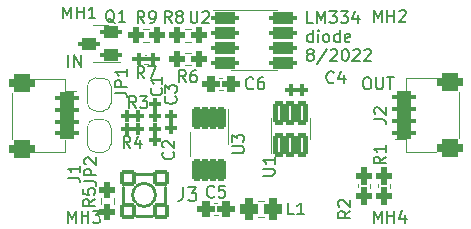
<source format=gbr>
%TF.GenerationSoftware,KiCad,Pcbnew,(6.0.4-0)*%
%TF.CreationDate,2022-08-26T15:35:11-06:00*%
%TF.ProjectId,lm334-source-v2,6c6d3333-342d-4736-9f75-7263652d7632,rev?*%
%TF.SameCoordinates,Original*%
%TF.FileFunction,Legend,Top*%
%TF.FilePolarity,Positive*%
%FSLAX46Y46*%
G04 Gerber Fmt 4.6, Leading zero omitted, Abs format (unit mm)*
G04 Created by KiCad (PCBNEW (6.0.4-0)) date 2022-08-26 15:35:11*
%MOMM*%
%LPD*%
G01*
G04 APERTURE LIST*
G04 Aperture macros list*
%AMRoundRect*
0 Rectangle with rounded corners*
0 $1 Rounding radius*
0 $2 $3 $4 $5 $6 $7 $8 $9 X,Y pos of 4 corners*
0 Add a 4 corners polygon primitive as box body*
4,1,4,$2,$3,$4,$5,$6,$7,$8,$9,$2,$3,0*
0 Add four circle primitives for the rounded corners*
1,1,$1+$1,$2,$3*
1,1,$1+$1,$4,$5*
1,1,$1+$1,$6,$7*
1,1,$1+$1,$8,$9*
0 Add four rect primitives between the rounded corners*
20,1,$1+$1,$2,$3,$4,$5,0*
20,1,$1+$1,$4,$5,$6,$7,0*
20,1,$1+$1,$6,$7,$8,$9,0*
20,1,$1+$1,$8,$9,$2,$3,0*%
%AMFreePoly0*
4,1,41,0.586777,0.930194,0.656366,0.874698,0.694986,0.794504,0.700000,0.750000,0.700000,-0.750000,0.680194,-0.836777,0.624698,-0.906366,0.544504,-0.944986,0.500000,-0.950000,0.000000,-0.950000,-0.023504,-0.944635,-0.083606,-0.943534,-0.139582,-0.934468,-0.274897,-0.892193,-0.326080,-0.867780,-0.444090,-0.789225,-0.486362,-0.751429,-0.577582,-0.642910,-0.607548,-0.594768,-0.664643,-0.465009,
-0.679893,-0.410393,-0.697476,-0.275933,-0.697084,-0.275882,-0.700000,-0.250000,-0.700000,0.250000,-0.697921,0.259109,-0.697582,0.286880,-0.675771,0.426957,-0.659192,0.481183,-0.598944,0.609508,-0.567811,0.656904,-0.473967,0.763162,-0.430783,0.799915,-0.310888,0.875563,-0.259125,0.898717,-0.122818,0.937674,-0.066635,0.945370,-0.042411,0.945222,0.000000,0.950000,0.500000,0.950000,
0.586777,0.930194,0.586777,0.930194,$1*%
%AMFreePoly1*
4,1,41,0.022678,0.944824,0.075125,0.944504,0.131210,0.936123,0.267031,0.895504,0.318507,0.871718,0.437469,0.794611,0.480202,0.757333,0.572740,0.649936,0.603290,0.602165,0.661967,0.473113,0.677883,0.418686,0.697980,0.278353,0.700000,0.250000,0.700000,-0.250000,0.699985,-0.252439,0.699836,-0.264655,0.697079,-0.295398,0.673559,-0.435199,0.656318,-0.489221,0.594506,-0.616800,
0.562797,-0.663810,0.467662,-0.768914,0.424032,-0.805137,0.303222,-0.879314,0.251181,-0.901834,0.114408,-0.939123,0.058135,-0.946132,0.037663,-0.945757,0.000000,-0.950000,-0.500000,-0.950000,-0.586777,-0.930194,-0.656366,-0.874698,-0.694986,-0.794504,-0.700000,-0.750000,-0.700000,0.750000,-0.680194,0.836777,-0.624698,0.906366,-0.544504,0.944986,-0.500000,0.950000,0.000000,0.950000,
0.022678,0.944824,0.022678,0.944824,$1*%
G04 Aperture macros list end*
%ADD10C,0.150000*%
%ADD11C,0.152000*%
%ADD12C,0.120000*%
%ADD13C,0.254000*%
%ADD14C,1.100000*%
%ADD15C,4.800000*%
%ADD16RoundRect,0.347500X0.147500X0.172500X-0.147500X0.172500X-0.147500X-0.172500X0.147500X-0.172500X0*%
%ADD17RoundRect,0.450000X0.325000X0.450000X-0.325000X0.450000X-0.325000X-0.450000X0.325000X-0.450000X0*%
%ADD18RoundRect,0.347500X-0.172500X0.147500X-0.172500X-0.147500X0.172500X-0.147500X0.172500X0.147500X0*%
%ADD19RoundRect,0.347500X-0.147500X-0.172500X0.147500X-0.172500X0.147500X0.172500X-0.147500X0.172500X0*%
%ADD20RoundRect,0.350000X-0.625000X0.150000X-0.625000X-0.150000X0.625000X-0.150000X0.625000X0.150000X0*%
%ADD21RoundRect,0.450000X-0.650000X0.350000X-0.650000X-0.350000X0.650000X-0.350000X0.650000X0.350000X0*%
%ADD22FreePoly0,270.000000*%
%ADD23FreePoly1,270.000000*%
%ADD24RoundRect,0.437500X0.237500X-0.287500X0.237500X0.287500X-0.237500X0.287500X-0.237500X-0.287500X0*%
%ADD25RoundRect,0.350000X0.625000X-0.150000X0.625000X0.150000X-0.625000X0.150000X-0.625000X-0.150000X0*%
%ADD26RoundRect,0.450000X0.650000X-0.350000X0.650000X0.350000X-0.650000X0.350000X-0.650000X-0.350000X0*%
%ADD27RoundRect,0.200000X0.225000X0.725000X-0.225000X0.725000X-0.225000X-0.725000X0.225000X-0.725000X0*%
%ADD28RoundRect,0.437500X0.250000X0.237500X-0.250000X0.237500X-0.250000X-0.237500X0.250000X-0.237500X0*%
%ADD29RoundRect,0.200000X0.325000X-0.780000X0.325000X0.780000X-0.325000X0.780000X-0.325000X-0.780000X0*%
%ADD30C,1.400000*%
%ADD31RoundRect,0.200000X-0.500000X-0.500000X0.500000X-0.500000X0.500000X0.500000X-0.500000X0.500000X0*%
%ADD32RoundRect,0.437500X-0.300000X-0.237500X0.300000X-0.237500X0.300000X0.237500X-0.300000X0.237500X0*%
%ADD33RoundRect,0.350000X-0.825000X-0.150000X0.825000X-0.150000X0.825000X0.150000X-0.825000X0.150000X0*%
%ADD34RoundRect,0.350000X0.587500X0.150000X-0.587500X0.150000X-0.587500X-0.150000X0.587500X-0.150000X0*%
%ADD35RoundRect,0.437500X-0.237500X0.250000X-0.237500X-0.250000X0.237500X-0.250000X0.237500X0.250000X0*%
%ADD36RoundRect,0.360000X0.197500X0.160000X-0.197500X0.160000X-0.197500X-0.160000X0.197500X-0.160000X0*%
%ADD37RoundRect,0.437500X0.300000X0.237500X-0.300000X0.237500X-0.300000X-0.237500X0.300000X-0.237500X0*%
G04 APERTURE END LIST*
D10*
X105326190Y-86402380D02*
X105326190Y-85402380D01*
X105802380Y-86402380D02*
X105802380Y-85402380D01*
X106373809Y-86402380D01*
X106373809Y-85402380D01*
X126061785Y-82692380D02*
X125585595Y-82692380D01*
X125585595Y-81692380D01*
X126395119Y-82692380D02*
X126395119Y-81692380D01*
X126728452Y-82406666D01*
X127061785Y-81692380D01*
X127061785Y-82692380D01*
X127442738Y-81692380D02*
X128061785Y-81692380D01*
X127728452Y-82073333D01*
X127871309Y-82073333D01*
X127966547Y-82120952D01*
X128014166Y-82168571D01*
X128061785Y-82263809D01*
X128061785Y-82501904D01*
X128014166Y-82597142D01*
X127966547Y-82644761D01*
X127871309Y-82692380D01*
X127585595Y-82692380D01*
X127490357Y-82644761D01*
X127442738Y-82597142D01*
X128395119Y-81692380D02*
X129014166Y-81692380D01*
X128680833Y-82073333D01*
X128823690Y-82073333D01*
X128918928Y-82120952D01*
X128966547Y-82168571D01*
X129014166Y-82263809D01*
X129014166Y-82501904D01*
X128966547Y-82597142D01*
X128918928Y-82644761D01*
X128823690Y-82692380D01*
X128537976Y-82692380D01*
X128442738Y-82644761D01*
X128395119Y-82597142D01*
X129871309Y-82025714D02*
X129871309Y-82692380D01*
X129633214Y-81644761D02*
X129395119Y-82359047D01*
X130014166Y-82359047D01*
X126014166Y-84302380D02*
X126014166Y-83302380D01*
X126014166Y-84254761D02*
X125918928Y-84302380D01*
X125728452Y-84302380D01*
X125633214Y-84254761D01*
X125585595Y-84207142D01*
X125537976Y-84111904D01*
X125537976Y-83826190D01*
X125585595Y-83730952D01*
X125633214Y-83683333D01*
X125728452Y-83635714D01*
X125918928Y-83635714D01*
X126014166Y-83683333D01*
X126490357Y-84302380D02*
X126490357Y-83635714D01*
X126490357Y-83302380D02*
X126442738Y-83350000D01*
X126490357Y-83397619D01*
X126537976Y-83350000D01*
X126490357Y-83302380D01*
X126490357Y-83397619D01*
X127109404Y-84302380D02*
X127014166Y-84254761D01*
X126966547Y-84207142D01*
X126918928Y-84111904D01*
X126918928Y-83826190D01*
X126966547Y-83730952D01*
X127014166Y-83683333D01*
X127109404Y-83635714D01*
X127252261Y-83635714D01*
X127347500Y-83683333D01*
X127395119Y-83730952D01*
X127442738Y-83826190D01*
X127442738Y-84111904D01*
X127395119Y-84207142D01*
X127347500Y-84254761D01*
X127252261Y-84302380D01*
X127109404Y-84302380D01*
X128299880Y-84302380D02*
X128299880Y-83302380D01*
X128299880Y-84254761D02*
X128204642Y-84302380D01*
X128014166Y-84302380D01*
X127918928Y-84254761D01*
X127871309Y-84207142D01*
X127823690Y-84111904D01*
X127823690Y-83826190D01*
X127871309Y-83730952D01*
X127918928Y-83683333D01*
X128014166Y-83635714D01*
X128204642Y-83635714D01*
X128299880Y-83683333D01*
X129157023Y-84254761D02*
X129061785Y-84302380D01*
X128871309Y-84302380D01*
X128776071Y-84254761D01*
X128728452Y-84159523D01*
X128728452Y-83778571D01*
X128776071Y-83683333D01*
X128871309Y-83635714D01*
X129061785Y-83635714D01*
X129157023Y-83683333D01*
X129204642Y-83778571D01*
X129204642Y-83873809D01*
X128728452Y-83969047D01*
X125728452Y-85340952D02*
X125633214Y-85293333D01*
X125585595Y-85245714D01*
X125537976Y-85150476D01*
X125537976Y-85102857D01*
X125585595Y-85007619D01*
X125633214Y-84960000D01*
X125728452Y-84912380D01*
X125918928Y-84912380D01*
X126014166Y-84960000D01*
X126061785Y-85007619D01*
X126109404Y-85102857D01*
X126109404Y-85150476D01*
X126061785Y-85245714D01*
X126014166Y-85293333D01*
X125918928Y-85340952D01*
X125728452Y-85340952D01*
X125633214Y-85388571D01*
X125585595Y-85436190D01*
X125537976Y-85531428D01*
X125537976Y-85721904D01*
X125585595Y-85817142D01*
X125633214Y-85864761D01*
X125728452Y-85912380D01*
X125918928Y-85912380D01*
X126014166Y-85864761D01*
X126061785Y-85817142D01*
X126109404Y-85721904D01*
X126109404Y-85531428D01*
X126061785Y-85436190D01*
X126014166Y-85388571D01*
X125918928Y-85340952D01*
X127252261Y-84864761D02*
X126395119Y-86150476D01*
X127537976Y-85007619D02*
X127585595Y-84960000D01*
X127680833Y-84912380D01*
X127918928Y-84912380D01*
X128014166Y-84960000D01*
X128061785Y-85007619D01*
X128109404Y-85102857D01*
X128109404Y-85198095D01*
X128061785Y-85340952D01*
X127490357Y-85912380D01*
X128109404Y-85912380D01*
X128728452Y-84912380D02*
X128823690Y-84912380D01*
X128918928Y-84960000D01*
X128966547Y-85007619D01*
X129014166Y-85102857D01*
X129061785Y-85293333D01*
X129061785Y-85531428D01*
X129014166Y-85721904D01*
X128966547Y-85817142D01*
X128918928Y-85864761D01*
X128823690Y-85912380D01*
X128728452Y-85912380D01*
X128633214Y-85864761D01*
X128585595Y-85817142D01*
X128537976Y-85721904D01*
X128490357Y-85531428D01*
X128490357Y-85293333D01*
X128537976Y-85102857D01*
X128585595Y-85007619D01*
X128633214Y-84960000D01*
X128728452Y-84912380D01*
X129442738Y-85007619D02*
X129490357Y-84960000D01*
X129585595Y-84912380D01*
X129823690Y-84912380D01*
X129918928Y-84960000D01*
X129966547Y-85007619D01*
X130014166Y-85102857D01*
X130014166Y-85198095D01*
X129966547Y-85340952D01*
X129395119Y-85912380D01*
X130014166Y-85912380D01*
X130395119Y-85007619D02*
X130442738Y-84960000D01*
X130537976Y-84912380D01*
X130776071Y-84912380D01*
X130871309Y-84960000D01*
X130918928Y-85007619D01*
X130966547Y-85102857D01*
X130966547Y-85198095D01*
X130918928Y-85340952D01*
X130347500Y-85912380D01*
X130966547Y-85912380D01*
X130550000Y-87302380D02*
X130740476Y-87302380D01*
X130835714Y-87350000D01*
X130930952Y-87445238D01*
X130978571Y-87635714D01*
X130978571Y-87969047D01*
X130930952Y-88159523D01*
X130835714Y-88254761D01*
X130740476Y-88302380D01*
X130550000Y-88302380D01*
X130454761Y-88254761D01*
X130359523Y-88159523D01*
X130311904Y-87969047D01*
X130311904Y-87635714D01*
X130359523Y-87445238D01*
X130454761Y-87350000D01*
X130550000Y-87302380D01*
X131407142Y-87302380D02*
X131407142Y-88111904D01*
X131454761Y-88207142D01*
X131502380Y-88254761D01*
X131597619Y-88302380D01*
X131788095Y-88302380D01*
X131883333Y-88254761D01*
X131930952Y-88207142D01*
X131978571Y-88111904D01*
X131978571Y-87302380D01*
X132311904Y-87302380D02*
X132883333Y-87302380D01*
X132597619Y-88302380D02*
X132597619Y-87302380D01*
%TO.C,MH1*%
X104916666Y-82302380D02*
X104916666Y-81302380D01*
X105250000Y-82016666D01*
X105583333Y-81302380D01*
X105583333Y-82302380D01*
X106059523Y-82302380D02*
X106059523Y-81302380D01*
X106059523Y-81778571D02*
X106630952Y-81778571D01*
X106630952Y-82302380D02*
X106630952Y-81302380D01*
X107630952Y-82302380D02*
X107059523Y-82302380D01*
X107345238Y-82302380D02*
X107345238Y-81302380D01*
X107250000Y-81445238D01*
X107154761Y-81540476D01*
X107059523Y-81588095D01*
%TO.C,MH2*%
X131216666Y-82602380D02*
X131216666Y-81602380D01*
X131550000Y-82316666D01*
X131883333Y-81602380D01*
X131883333Y-82602380D01*
X132359523Y-82602380D02*
X132359523Y-81602380D01*
X132359523Y-82078571D02*
X132930952Y-82078571D01*
X132930952Y-82602380D02*
X132930952Y-81602380D01*
X133359523Y-81697619D02*
X133407142Y-81650000D01*
X133502380Y-81602380D01*
X133740476Y-81602380D01*
X133835714Y-81650000D01*
X133883333Y-81697619D01*
X133930952Y-81792857D01*
X133930952Y-81888095D01*
X133883333Y-82030952D01*
X133311904Y-82602380D01*
X133930952Y-82602380D01*
%TO.C,MH3*%
X105316666Y-99602380D02*
X105316666Y-98602380D01*
X105650000Y-99316666D01*
X105983333Y-98602380D01*
X105983333Y-99602380D01*
X106459523Y-99602380D02*
X106459523Y-98602380D01*
X106459523Y-99078571D02*
X107030952Y-99078571D01*
X107030952Y-99602380D02*
X107030952Y-98602380D01*
X107411904Y-98602380D02*
X108030952Y-98602380D01*
X107697619Y-98983333D01*
X107840476Y-98983333D01*
X107935714Y-99030952D01*
X107983333Y-99078571D01*
X108030952Y-99173809D01*
X108030952Y-99411904D01*
X107983333Y-99507142D01*
X107935714Y-99554761D01*
X107840476Y-99602380D01*
X107554761Y-99602380D01*
X107459523Y-99554761D01*
X107411904Y-99507142D01*
%TO.C,MH4*%
X131216666Y-99602380D02*
X131216666Y-98602380D01*
X131550000Y-99316666D01*
X131883333Y-98602380D01*
X131883333Y-99602380D01*
X132359523Y-99602380D02*
X132359523Y-98602380D01*
X132359523Y-99078571D02*
X132930952Y-99078571D01*
X132930952Y-99602380D02*
X132930952Y-98602380D01*
X133835714Y-98935714D02*
X133835714Y-99602380D01*
X133597619Y-98554761D02*
X133359523Y-99269047D01*
X133978571Y-99269047D01*
%TO.C,R3*%
X111083333Y-89902380D02*
X110750000Y-89426190D01*
X110511904Y-89902380D02*
X110511904Y-88902380D01*
X110892857Y-88902380D01*
X110988095Y-88950000D01*
X111035714Y-88997619D01*
X111083333Y-89092857D01*
X111083333Y-89235714D01*
X111035714Y-89330952D01*
X110988095Y-89378571D01*
X110892857Y-89426190D01*
X110511904Y-89426190D01*
X111416666Y-88902380D02*
X112035714Y-88902380D01*
X111702380Y-89283333D01*
X111845238Y-89283333D01*
X111940476Y-89330952D01*
X111988095Y-89378571D01*
X112035714Y-89473809D01*
X112035714Y-89711904D01*
X111988095Y-89807142D01*
X111940476Y-89854761D01*
X111845238Y-89902380D01*
X111559523Y-89902380D01*
X111464285Y-89854761D01*
X111416666Y-89807142D01*
%TO.C,R4*%
X110583333Y-93272380D02*
X110250000Y-92796190D01*
X110011904Y-93272380D02*
X110011904Y-92272380D01*
X110392857Y-92272380D01*
X110488095Y-92320000D01*
X110535714Y-92367619D01*
X110583333Y-92462857D01*
X110583333Y-92605714D01*
X110535714Y-92700952D01*
X110488095Y-92748571D01*
X110392857Y-92796190D01*
X110011904Y-92796190D01*
X111440476Y-92605714D02*
X111440476Y-93272380D01*
X111202380Y-92224761D02*
X110964285Y-92939047D01*
X111583333Y-92939047D01*
%TO.C,L1*%
X124443333Y-98902380D02*
X123967142Y-98902380D01*
X123967142Y-97902380D01*
X125300476Y-98902380D02*
X124729047Y-98902380D01*
X125014761Y-98902380D02*
X125014761Y-97902380D01*
X124919523Y-98045238D01*
X124824285Y-98140476D01*
X124729047Y-98188095D01*
%TO.C,C1*%
X113207142Y-88216666D02*
X113254761Y-88264285D01*
X113302380Y-88407142D01*
X113302380Y-88502380D01*
X113254761Y-88645238D01*
X113159523Y-88740476D01*
X113064285Y-88788095D01*
X112873809Y-88835714D01*
X112730952Y-88835714D01*
X112540476Y-88788095D01*
X112445238Y-88740476D01*
X112350000Y-88645238D01*
X112302380Y-88502380D01*
X112302380Y-88407142D01*
X112350000Y-88264285D01*
X112397619Y-88216666D01*
X113302380Y-87264285D02*
X113302380Y-87835714D01*
X113302380Y-87550000D02*
X112302380Y-87550000D01*
X112445238Y-87645238D01*
X112540476Y-87740476D01*
X112588095Y-87835714D01*
%TO.C,C2*%
X114207142Y-93616666D02*
X114254761Y-93664285D01*
X114302380Y-93807142D01*
X114302380Y-93902380D01*
X114254761Y-94045238D01*
X114159523Y-94140476D01*
X114064285Y-94188095D01*
X113873809Y-94235714D01*
X113730952Y-94235714D01*
X113540476Y-94188095D01*
X113445238Y-94140476D01*
X113350000Y-94045238D01*
X113302380Y-93902380D01*
X113302380Y-93807142D01*
X113350000Y-93664285D01*
X113397619Y-93616666D01*
X113397619Y-93235714D02*
X113350000Y-93188095D01*
X113302380Y-93092857D01*
X113302380Y-92854761D01*
X113350000Y-92759523D01*
X113397619Y-92711904D01*
X113492857Y-92664285D01*
X113588095Y-92664285D01*
X113730952Y-92711904D01*
X114302380Y-93283333D01*
X114302380Y-92664285D01*
%TO.C,C3*%
X114407142Y-88916666D02*
X114454761Y-88964285D01*
X114502380Y-89107142D01*
X114502380Y-89202380D01*
X114454761Y-89345238D01*
X114359523Y-89440476D01*
X114264285Y-89488095D01*
X114073809Y-89535714D01*
X113930952Y-89535714D01*
X113740476Y-89488095D01*
X113645238Y-89440476D01*
X113550000Y-89345238D01*
X113502380Y-89202380D01*
X113502380Y-89107142D01*
X113550000Y-88964285D01*
X113597619Y-88916666D01*
X113502380Y-88583333D02*
X113502380Y-87964285D01*
X113883333Y-88297619D01*
X113883333Y-88154761D01*
X113930952Y-88059523D01*
X113978571Y-88011904D01*
X114073809Y-87964285D01*
X114311904Y-87964285D01*
X114407142Y-88011904D01*
X114454761Y-88059523D01*
X114502380Y-88154761D01*
X114502380Y-88440476D01*
X114454761Y-88535714D01*
X114407142Y-88583333D01*
%TO.C,C4*%
X127808333Y-87707142D02*
X127760714Y-87754761D01*
X127617857Y-87802380D01*
X127522619Y-87802380D01*
X127379761Y-87754761D01*
X127284523Y-87659523D01*
X127236904Y-87564285D01*
X127189285Y-87373809D01*
X127189285Y-87230952D01*
X127236904Y-87040476D01*
X127284523Y-86945238D01*
X127379761Y-86850000D01*
X127522619Y-86802380D01*
X127617857Y-86802380D01*
X127760714Y-86850000D01*
X127808333Y-86897619D01*
X128665476Y-87135714D02*
X128665476Y-87802380D01*
X128427380Y-86754761D02*
X128189285Y-87469047D01*
X128808333Y-87469047D01*
%TO.C,J1*%
X105302380Y-95783333D02*
X106016666Y-95783333D01*
X106159523Y-95830952D01*
X106254761Y-95926190D01*
X106302380Y-96069047D01*
X106302380Y-96164285D01*
X106302380Y-94783333D02*
X106302380Y-95354761D01*
X106302380Y-95069047D02*
X105302380Y-95069047D01*
X105445238Y-95164285D01*
X105540476Y-95259523D01*
X105588095Y-95354761D01*
%TO.C,JP1*%
X109302380Y-88583333D02*
X110016666Y-88583333D01*
X110159523Y-88630952D01*
X110254761Y-88726190D01*
X110302380Y-88869047D01*
X110302380Y-88964285D01*
X110302380Y-88107142D02*
X109302380Y-88107142D01*
X109302380Y-87726190D01*
X109350000Y-87630952D01*
X109397619Y-87583333D01*
X109492857Y-87535714D01*
X109635714Y-87535714D01*
X109730952Y-87583333D01*
X109778571Y-87630952D01*
X109826190Y-87726190D01*
X109826190Y-88107142D01*
X110302380Y-86583333D02*
X110302380Y-87154761D01*
X110302380Y-86869047D02*
X109302380Y-86869047D01*
X109445238Y-86964285D01*
X109540476Y-87059523D01*
X109588095Y-87154761D01*
%TO.C,JP2*%
X106702380Y-96083333D02*
X107416666Y-96083333D01*
X107559523Y-96130952D01*
X107654761Y-96226190D01*
X107702380Y-96369047D01*
X107702380Y-96464285D01*
X107702380Y-95607142D02*
X106702380Y-95607142D01*
X106702380Y-95226190D01*
X106750000Y-95130952D01*
X106797619Y-95083333D01*
X106892857Y-95035714D01*
X107035714Y-95035714D01*
X107130952Y-95083333D01*
X107178571Y-95130952D01*
X107226190Y-95226190D01*
X107226190Y-95607142D01*
X106797619Y-94654761D02*
X106750000Y-94607142D01*
X106702380Y-94511904D01*
X106702380Y-94273809D01*
X106750000Y-94178571D01*
X106797619Y-94130952D01*
X106892857Y-94083333D01*
X106988095Y-94083333D01*
X107130952Y-94130952D01*
X107702380Y-94702380D01*
X107702380Y-94083333D01*
%TO.C,R1*%
X132202380Y-94016666D02*
X131726190Y-94350000D01*
X132202380Y-94588095D02*
X131202380Y-94588095D01*
X131202380Y-94207142D01*
X131250000Y-94111904D01*
X131297619Y-94064285D01*
X131392857Y-94016666D01*
X131535714Y-94016666D01*
X131630952Y-94064285D01*
X131678571Y-94111904D01*
X131726190Y-94207142D01*
X131726190Y-94588095D01*
X132202380Y-93064285D02*
X132202380Y-93635714D01*
X132202380Y-93350000D02*
X131202380Y-93350000D01*
X131345238Y-93445238D01*
X131440476Y-93540476D01*
X131488095Y-93635714D01*
%TO.C,R2*%
X129202380Y-98616666D02*
X128726190Y-98950000D01*
X129202380Y-99188095D02*
X128202380Y-99188095D01*
X128202380Y-98807142D01*
X128250000Y-98711904D01*
X128297619Y-98664285D01*
X128392857Y-98616666D01*
X128535714Y-98616666D01*
X128630952Y-98664285D01*
X128678571Y-98711904D01*
X128726190Y-98807142D01*
X128726190Y-99188095D01*
X128297619Y-98235714D02*
X128250000Y-98188095D01*
X128202380Y-98092857D01*
X128202380Y-97854761D01*
X128250000Y-97759523D01*
X128297619Y-97711904D01*
X128392857Y-97664285D01*
X128488095Y-97664285D01*
X128630952Y-97711904D01*
X129202380Y-98283333D01*
X129202380Y-97664285D01*
%TO.C,J2*%
X131222380Y-90833333D02*
X131936666Y-90833333D01*
X132079523Y-90880952D01*
X132174761Y-90976190D01*
X132222380Y-91119047D01*
X132222380Y-91214285D01*
X131317619Y-90404761D02*
X131270000Y-90357142D01*
X131222380Y-90261904D01*
X131222380Y-90023809D01*
X131270000Y-89928571D01*
X131317619Y-89880952D01*
X131412857Y-89833333D01*
X131508095Y-89833333D01*
X131650952Y-89880952D01*
X132222380Y-90452380D01*
X132222380Y-89833333D01*
%TO.C,U3*%
X119202380Y-93711904D02*
X120011904Y-93711904D01*
X120107142Y-93664285D01*
X120154761Y-93616666D01*
X120202380Y-93521428D01*
X120202380Y-93330952D01*
X120154761Y-93235714D01*
X120107142Y-93188095D01*
X120011904Y-93140476D01*
X119202380Y-93140476D01*
X119202380Y-92759523D02*
X119202380Y-92140476D01*
X119583333Y-92473809D01*
X119583333Y-92330952D01*
X119630952Y-92235714D01*
X119678571Y-92188095D01*
X119773809Y-92140476D01*
X120011904Y-92140476D01*
X120107142Y-92188095D01*
X120154761Y-92235714D01*
X120202380Y-92330952D01*
X120202380Y-92616666D01*
X120154761Y-92711904D01*
X120107142Y-92759523D01*
%TO.C,R9*%
X111783333Y-82702380D02*
X111450000Y-82226190D01*
X111211904Y-82702380D02*
X111211904Y-81702380D01*
X111592857Y-81702380D01*
X111688095Y-81750000D01*
X111735714Y-81797619D01*
X111783333Y-81892857D01*
X111783333Y-82035714D01*
X111735714Y-82130952D01*
X111688095Y-82178571D01*
X111592857Y-82226190D01*
X111211904Y-82226190D01*
X112259523Y-82702380D02*
X112450000Y-82702380D01*
X112545238Y-82654761D01*
X112592857Y-82607142D01*
X112688095Y-82464285D01*
X112735714Y-82273809D01*
X112735714Y-81892857D01*
X112688095Y-81797619D01*
X112640476Y-81750000D01*
X112545238Y-81702380D01*
X112354761Y-81702380D01*
X112259523Y-81750000D01*
X112211904Y-81797619D01*
X112164285Y-81892857D01*
X112164285Y-82130952D01*
X112211904Y-82226190D01*
X112259523Y-82273809D01*
X112354761Y-82321428D01*
X112545238Y-82321428D01*
X112640476Y-82273809D01*
X112688095Y-82226190D01*
X112735714Y-82130952D01*
%TO.C,U1*%
X121802380Y-95611904D02*
X122611904Y-95611904D01*
X122707142Y-95564285D01*
X122754761Y-95516666D01*
X122802380Y-95421428D01*
X122802380Y-95230952D01*
X122754761Y-95135714D01*
X122707142Y-95088095D01*
X122611904Y-95040476D01*
X121802380Y-95040476D01*
X122802380Y-94040476D02*
X122802380Y-94611904D01*
X122802380Y-94326190D02*
X121802380Y-94326190D01*
X121945238Y-94421428D01*
X122040476Y-94516666D01*
X122088095Y-94611904D01*
D11*
%TO.C,J3*%
X115047514Y-96624071D02*
X115047514Y-97440500D01*
X114993085Y-97603785D01*
X114884228Y-97712642D01*
X114720942Y-97767071D01*
X114612085Y-97767071D01*
X115482942Y-96624071D02*
X116190514Y-96624071D01*
X115809514Y-97059500D01*
X115972800Y-97059500D01*
X116081657Y-97113928D01*
X116136085Y-97168357D01*
X116190514Y-97277214D01*
X116190514Y-97549357D01*
X116136085Y-97658214D01*
X116081657Y-97712642D01*
X115972800Y-97767071D01*
X115646228Y-97767071D01*
X115537371Y-97712642D01*
X115482942Y-97658214D01*
D10*
%TO.C,C5*%
X117683333Y-97377142D02*
X117635714Y-97424761D01*
X117492857Y-97472380D01*
X117397619Y-97472380D01*
X117254761Y-97424761D01*
X117159523Y-97329523D01*
X117111904Y-97234285D01*
X117064285Y-97043809D01*
X117064285Y-96900952D01*
X117111904Y-96710476D01*
X117159523Y-96615238D01*
X117254761Y-96520000D01*
X117397619Y-96472380D01*
X117492857Y-96472380D01*
X117635714Y-96520000D01*
X117683333Y-96567619D01*
X118588095Y-96472380D02*
X118111904Y-96472380D01*
X118064285Y-96948571D01*
X118111904Y-96900952D01*
X118207142Y-96853333D01*
X118445238Y-96853333D01*
X118540476Y-96900952D01*
X118588095Y-96948571D01*
X118635714Y-97043809D01*
X118635714Y-97281904D01*
X118588095Y-97377142D01*
X118540476Y-97424761D01*
X118445238Y-97472380D01*
X118207142Y-97472380D01*
X118111904Y-97424761D01*
X118064285Y-97377142D01*
%TO.C,U2*%
X115688095Y-81702380D02*
X115688095Y-82511904D01*
X115735714Y-82607142D01*
X115783333Y-82654761D01*
X115878571Y-82702380D01*
X116069047Y-82702380D01*
X116164285Y-82654761D01*
X116211904Y-82607142D01*
X116259523Y-82511904D01*
X116259523Y-81702380D01*
X116688095Y-81797619D02*
X116735714Y-81750000D01*
X116830952Y-81702380D01*
X117069047Y-81702380D01*
X117164285Y-81750000D01*
X117211904Y-81797619D01*
X117259523Y-81892857D01*
X117259523Y-81988095D01*
X117211904Y-82130952D01*
X116640476Y-82702380D01*
X117259523Y-82702380D01*
%TO.C,R6*%
X115283333Y-87702380D02*
X114950000Y-87226190D01*
X114711904Y-87702380D02*
X114711904Y-86702380D01*
X115092857Y-86702380D01*
X115188095Y-86750000D01*
X115235714Y-86797619D01*
X115283333Y-86892857D01*
X115283333Y-87035714D01*
X115235714Y-87130952D01*
X115188095Y-87178571D01*
X115092857Y-87226190D01*
X114711904Y-87226190D01*
X116140476Y-86702380D02*
X115950000Y-86702380D01*
X115854761Y-86750000D01*
X115807142Y-86797619D01*
X115711904Y-86940476D01*
X115664285Y-87130952D01*
X115664285Y-87511904D01*
X115711904Y-87607142D01*
X115759523Y-87654761D01*
X115854761Y-87702380D01*
X116045238Y-87702380D01*
X116140476Y-87654761D01*
X116188095Y-87607142D01*
X116235714Y-87511904D01*
X116235714Y-87273809D01*
X116188095Y-87178571D01*
X116140476Y-87130952D01*
X116045238Y-87083333D01*
X115854761Y-87083333D01*
X115759523Y-87130952D01*
X115711904Y-87178571D01*
X115664285Y-87273809D01*
%TO.C,Q1*%
X109254761Y-82697619D02*
X109159523Y-82650000D01*
X109064285Y-82554761D01*
X108921428Y-82411904D01*
X108826190Y-82364285D01*
X108730952Y-82364285D01*
X108778571Y-82602380D02*
X108683333Y-82554761D01*
X108588095Y-82459523D01*
X108540476Y-82269047D01*
X108540476Y-81935714D01*
X108588095Y-81745238D01*
X108683333Y-81650000D01*
X108778571Y-81602380D01*
X108969047Y-81602380D01*
X109064285Y-81650000D01*
X109159523Y-81745238D01*
X109207142Y-81935714D01*
X109207142Y-82269047D01*
X109159523Y-82459523D01*
X109064285Y-82554761D01*
X108969047Y-82602380D01*
X108778571Y-82602380D01*
X110159523Y-82602380D02*
X109588095Y-82602380D01*
X109873809Y-82602380D02*
X109873809Y-81602380D01*
X109778571Y-81745238D01*
X109683333Y-81840476D01*
X109588095Y-81888095D01*
%TO.C,R8*%
X114083333Y-82702380D02*
X113750000Y-82226190D01*
X113511904Y-82702380D02*
X113511904Y-81702380D01*
X113892857Y-81702380D01*
X113988095Y-81750000D01*
X114035714Y-81797619D01*
X114083333Y-81892857D01*
X114083333Y-82035714D01*
X114035714Y-82130952D01*
X113988095Y-82178571D01*
X113892857Y-82226190D01*
X113511904Y-82226190D01*
X114654761Y-82130952D02*
X114559523Y-82083333D01*
X114511904Y-82035714D01*
X114464285Y-81940476D01*
X114464285Y-81892857D01*
X114511904Y-81797619D01*
X114559523Y-81750000D01*
X114654761Y-81702380D01*
X114845238Y-81702380D01*
X114940476Y-81750000D01*
X114988095Y-81797619D01*
X115035714Y-81892857D01*
X115035714Y-81940476D01*
X114988095Y-82035714D01*
X114940476Y-82083333D01*
X114845238Y-82130952D01*
X114654761Y-82130952D01*
X114559523Y-82178571D01*
X114511904Y-82226190D01*
X114464285Y-82321428D01*
X114464285Y-82511904D01*
X114511904Y-82607142D01*
X114559523Y-82654761D01*
X114654761Y-82702380D01*
X114845238Y-82702380D01*
X114940476Y-82654761D01*
X114988095Y-82607142D01*
X115035714Y-82511904D01*
X115035714Y-82321428D01*
X114988095Y-82226190D01*
X114940476Y-82178571D01*
X114845238Y-82130952D01*
%TO.C,R5*%
X107602380Y-97616666D02*
X107126190Y-97950000D01*
X107602380Y-98188095D02*
X106602380Y-98188095D01*
X106602380Y-97807142D01*
X106650000Y-97711904D01*
X106697619Y-97664285D01*
X106792857Y-97616666D01*
X106935714Y-97616666D01*
X107030952Y-97664285D01*
X107078571Y-97711904D01*
X107126190Y-97807142D01*
X107126190Y-98188095D01*
X106602380Y-96711904D02*
X106602380Y-97188095D01*
X107078571Y-97235714D01*
X107030952Y-97188095D01*
X106983333Y-97092857D01*
X106983333Y-96854761D01*
X107030952Y-96759523D01*
X107078571Y-96711904D01*
X107173809Y-96664285D01*
X107411904Y-96664285D01*
X107507142Y-96711904D01*
X107554761Y-96759523D01*
X107602380Y-96854761D01*
X107602380Y-97092857D01*
X107554761Y-97188095D01*
X107507142Y-97235714D01*
%TO.C,R7*%
X111783333Y-87372380D02*
X111450000Y-86896190D01*
X111211904Y-87372380D02*
X111211904Y-86372380D01*
X111592857Y-86372380D01*
X111688095Y-86420000D01*
X111735714Y-86467619D01*
X111783333Y-86562857D01*
X111783333Y-86705714D01*
X111735714Y-86800952D01*
X111688095Y-86848571D01*
X111592857Y-86896190D01*
X111211904Y-86896190D01*
X112116666Y-86372380D02*
X112783333Y-86372380D01*
X112354761Y-87372380D01*
%TO.C,C6*%
X120983333Y-88207142D02*
X120935714Y-88254761D01*
X120792857Y-88302380D01*
X120697619Y-88302380D01*
X120554761Y-88254761D01*
X120459523Y-88159523D01*
X120411904Y-88064285D01*
X120364285Y-87873809D01*
X120364285Y-87730952D01*
X120411904Y-87540476D01*
X120459523Y-87445238D01*
X120554761Y-87350000D01*
X120697619Y-87302380D01*
X120792857Y-87302380D01*
X120935714Y-87350000D01*
X120983333Y-87397619D01*
X121840476Y-87302380D02*
X121650000Y-87302380D01*
X121554761Y-87350000D01*
X121507142Y-87397619D01*
X121411904Y-87540476D01*
X121364285Y-87730952D01*
X121364285Y-88111904D01*
X121411904Y-88207142D01*
X121459523Y-88254761D01*
X121554761Y-88302380D01*
X121745238Y-88302380D01*
X121840476Y-88254761D01*
X121888095Y-88207142D01*
X121935714Y-88111904D01*
X121935714Y-87873809D01*
X121888095Y-87778571D01*
X121840476Y-87730952D01*
X121745238Y-87683333D01*
X121554761Y-87683333D01*
X121459523Y-87730952D01*
X121411904Y-87778571D01*
X121364285Y-87873809D01*
D12*
%TO.C,L1*%
X121896252Y-99160000D02*
X121373748Y-99160000D01*
X121896252Y-97740000D02*
X121373748Y-97740000D01*
%TO.C,J1*%
X102535000Y-87440000D02*
X105035000Y-87440000D01*
X100565000Y-88610000D02*
X100565000Y-92490000D01*
X102535000Y-93660000D02*
X105035000Y-93660000D01*
X105035000Y-87440000D02*
X105035000Y-88490000D01*
X105035000Y-93660000D02*
X105035000Y-92610000D01*
X105035000Y-88490000D02*
X106025000Y-88490000D01*
%TO.C,JP1*%
X108250000Y-90150000D02*
X107650000Y-90150000D01*
X106950000Y-89450000D02*
X106950000Y-88050000D01*
X108950000Y-88050000D02*
X108950000Y-89450000D01*
X107650000Y-87350000D02*
X108250000Y-87350000D01*
X106950000Y-89450000D02*
G75*
G03*
X107650000Y-90150000I700000J0D01*
G01*
X107650000Y-87350000D02*
G75*
G03*
X106950000Y-88050000I-1J-699999D01*
G01*
X108250000Y-90150000D02*
G75*
G03*
X108950000Y-89450000I0J700000D01*
G01*
X108950000Y-88050000D02*
G75*
G03*
X108250000Y-87350000I-699999J1D01*
G01*
%TO.C,JP2*%
X108250000Y-93650000D02*
X107650000Y-93650000D01*
X107650000Y-90850000D02*
X108250000Y-90850000D01*
X106950000Y-92950000D02*
X106950000Y-91550000D01*
X108950000Y-91550000D02*
X108950000Y-92950000D01*
X106950000Y-92950000D02*
G75*
G03*
X107650000Y-93650000I700000J0D01*
G01*
X107650000Y-90850000D02*
G75*
G03*
X106950000Y-91550000I-1J-699999D01*
G01*
X108950000Y-91550000D02*
G75*
G03*
X108250000Y-90850000I-699999J1D01*
G01*
X108250000Y-93650000D02*
G75*
G03*
X108950000Y-92950000I0J700000D01*
G01*
%TO.C,R1*%
X131540000Y-96671267D02*
X131540000Y-96328733D01*
X132560000Y-96671267D02*
X132560000Y-96328733D01*
%TO.C,R2*%
X129890000Y-96671267D02*
X129890000Y-96328733D01*
X130910000Y-96671267D02*
X130910000Y-96328733D01*
%TO.C,J2*%
X136465000Y-87390000D02*
X133965000Y-87390000D01*
X136465000Y-93610000D02*
X133965000Y-93610000D01*
X133965000Y-93610000D02*
X133965000Y-92560000D01*
X133965000Y-87390000D02*
X133965000Y-88440000D01*
X138435000Y-92440000D02*
X138435000Y-88560000D01*
X133965000Y-92560000D02*
X132975000Y-92560000D01*
%TO.C,U3*%
X115630000Y-93950000D02*
X115630000Y-91950000D01*
X118870000Y-92950000D02*
X118870000Y-89950000D01*
%TO.C,R9*%
X112204724Y-84272500D02*
X111695276Y-84272500D01*
X112204724Y-83227500D02*
X111695276Y-83227500D01*
%TO.C,U1*%
X122540000Y-90750000D02*
X122540000Y-93700000D01*
X125760000Y-92550000D02*
X125760000Y-90750000D01*
D13*
%TO.C,J3*%
X113528000Y-97919000D02*
X113528000Y-96581000D01*
X109972000Y-96581000D02*
X109972000Y-97919000D01*
X112419000Y-95472000D02*
X111081000Y-95472000D01*
X111081000Y-99028000D02*
X112419000Y-99028000D01*
X112717000Y-97250000D02*
G75*
G03*
X112717000Y-97250000I-967000J0D01*
G01*
D12*
%TO.C,C5*%
X117703733Y-97940000D02*
X117996267Y-97940000D01*
X117703733Y-98960000D02*
X117996267Y-98960000D01*
%TO.C,U2*%
X121050000Y-81590000D02*
X123000000Y-81590000D01*
X121050000Y-86710000D02*
X119100000Y-86710000D01*
X121050000Y-86710000D02*
X123000000Y-86710000D01*
X121050000Y-81590000D02*
X117600000Y-81590000D01*
%TO.C,R6*%
X115704724Y-85227500D02*
X115195276Y-85227500D01*
X115704724Y-86272500D02*
X115195276Y-86272500D01*
%TO.C,Q1*%
X108050000Y-82890000D02*
X107400000Y-82890000D01*
X108050000Y-82890000D02*
X108700000Y-82890000D01*
X108050000Y-86010000D02*
X109725000Y-86010000D01*
X108050000Y-86010000D02*
X107400000Y-86010000D01*
%TO.C,R8*%
X115704724Y-84272500D02*
X115195276Y-84272500D01*
X115704724Y-83227500D02*
X115195276Y-83227500D01*
%TO.C,R5*%
X109172500Y-97507776D02*
X109172500Y-98017224D01*
X108127500Y-97507776D02*
X108127500Y-98017224D01*
%TO.C,R7*%
X112117621Y-85370000D02*
X111782379Y-85370000D01*
X112117621Y-86130000D02*
X111782379Y-86130000D01*
%TO.C,C6*%
X118396267Y-88360000D02*
X118103733Y-88360000D01*
X118396267Y-87340000D02*
X118103733Y-87340000D01*
%TD*%
%LPC*%
D14*
%TO.C,MH1*%
X101350000Y-84000000D03*
X103000000Y-82350000D03*
X104166726Y-85166726D03*
X104166726Y-82833274D03*
D15*
X103000000Y-84000000D03*
D14*
X104650000Y-84000000D03*
X101833274Y-82833274D03*
X101833274Y-85166726D03*
X103000000Y-85650000D03*
%TD*%
D15*
%TO.C,MH2*%
X136000000Y-84000000D03*
D14*
X137166726Y-82833274D03*
X134350000Y-84000000D03*
X137650000Y-84000000D03*
X137166726Y-85166726D03*
X136000000Y-82350000D03*
X136000000Y-85650000D03*
X134833274Y-85166726D03*
X134833274Y-82833274D03*
%TD*%
%TO.C,MH3*%
X101833274Y-98166726D03*
D15*
X103000000Y-97000000D03*
D14*
X104166726Y-98166726D03*
X101833274Y-95833274D03*
X104166726Y-95833274D03*
X103000000Y-95350000D03*
X104650000Y-97000000D03*
X101350000Y-97000000D03*
X103000000Y-98650000D03*
%TD*%
D15*
%TO.C,MH4*%
X136000000Y-97000000D03*
D14*
X134833274Y-95833274D03*
X134350000Y-97000000D03*
X137650000Y-97000000D03*
X136000000Y-95350000D03*
X137166726Y-98166726D03*
X137166726Y-95833274D03*
X134833274Y-98166726D03*
X136000000Y-98650000D03*
%TD*%
D16*
%TO.C,R3*%
X111250000Y-90550000D03*
X110280000Y-90550000D03*
%TD*%
%TO.C,R4*%
X111235000Y-91650000D03*
X110265000Y-91650000D03*
%TD*%
D17*
%TO.C,L1*%
X122660000Y-98450000D03*
X120610000Y-98450000D03*
%TD*%
D18*
%TO.C,C1*%
X112650000Y-89565000D03*
X112650000Y-90535000D03*
%TD*%
%TO.C,C2*%
X112650000Y-91650000D03*
X112650000Y-92620000D03*
%TD*%
%TO.C,C3*%
X114050000Y-90590000D03*
X114050000Y-91560000D03*
%TD*%
D19*
%TO.C,C4*%
X124165000Y-88350000D03*
X125135000Y-88350000D03*
%TD*%
D20*
%TO.C,J1*%
X105250000Y-89050000D03*
X105250000Y-90050000D03*
X105250000Y-91050000D03*
X105250000Y-92050000D03*
D21*
X101375000Y-93350000D03*
X101375000Y-87750000D03*
%TD*%
D22*
%TO.C,JP1*%
X107950000Y-88100000D03*
D23*
X107950000Y-89400000D03*
%TD*%
D22*
%TO.C,JP2*%
X107950000Y-91600000D03*
D23*
X107950000Y-92900000D03*
%TD*%
D24*
%TO.C,R1*%
X132050000Y-97375000D03*
X132050000Y-95625000D03*
%TD*%
%TO.C,R2*%
X130400000Y-97375000D03*
X130400000Y-95625000D03*
%TD*%
D25*
%TO.C,J2*%
X133750000Y-92000000D03*
X133750000Y-91000000D03*
X133750000Y-90000000D03*
X133750000Y-89000000D03*
D26*
X137625000Y-87700000D03*
X137625000Y-93300000D03*
%TD*%
D27*
%TO.C,U3*%
X118225000Y-90750000D03*
X117575000Y-90750000D03*
X116925000Y-90750000D03*
X116275000Y-90750000D03*
X116275000Y-95150000D03*
X116925000Y-95150000D03*
X117575000Y-95150000D03*
X118225000Y-95150000D03*
%TD*%
D28*
%TO.C,R9*%
X112862500Y-83750000D03*
X111037500Y-83750000D03*
%TD*%
D29*
%TO.C,U1*%
X123200000Y-93000000D03*
X124150000Y-93000000D03*
X125100000Y-93000000D03*
X125100000Y-90300000D03*
X124150000Y-90300000D03*
X123200000Y-90300000D03*
%TD*%
D30*
%TO.C,J3*%
X111750000Y-97250000D03*
D31*
X113150000Y-98650000D03*
X110350000Y-95850000D03*
X110350000Y-98650000D03*
X113150000Y-95850000D03*
%TD*%
D32*
%TO.C,C5*%
X116987500Y-98450000D03*
X118712500Y-98450000D03*
%TD*%
D33*
%TO.C,U2*%
X118575000Y-82245000D03*
X118575000Y-83515000D03*
X118575000Y-84785000D03*
X118575000Y-86055000D03*
X123525000Y-86055000D03*
X123525000Y-84785000D03*
X123525000Y-83515000D03*
X123525000Y-82245000D03*
%TD*%
D28*
%TO.C,R6*%
X116362500Y-85750000D03*
X114537500Y-85750000D03*
%TD*%
D34*
%TO.C,Q1*%
X108987500Y-85400000D03*
X108987500Y-83500000D03*
X107112500Y-84450000D03*
%TD*%
D28*
%TO.C,R8*%
X116362500Y-83750000D03*
X114537500Y-83750000D03*
%TD*%
D35*
%TO.C,R5*%
X108650000Y-96850000D03*
X108650000Y-98675000D03*
%TD*%
D36*
%TO.C,R7*%
X112547500Y-85750000D03*
X111352500Y-85750000D03*
%TD*%
D37*
%TO.C,C6*%
X119112500Y-87850000D03*
X117387500Y-87850000D03*
%TD*%
M02*

</source>
